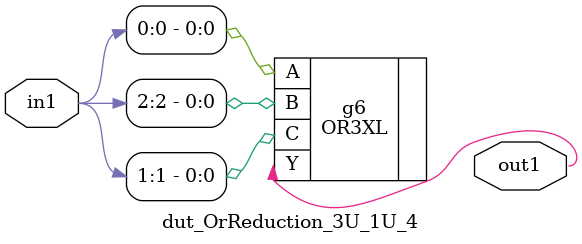
<source format=v>
`timescale 1ps / 1ps


module dut_OrReduction_3U_1U_4(in1, out1);
  input [2:0] in1;
  output out1;
  wire [2:0] in1;
  wire out1;
  OR3XL g6(.A (in1[0]), .B (in1[2]), .C (in1[1]), .Y (out1));
endmodule



</source>
